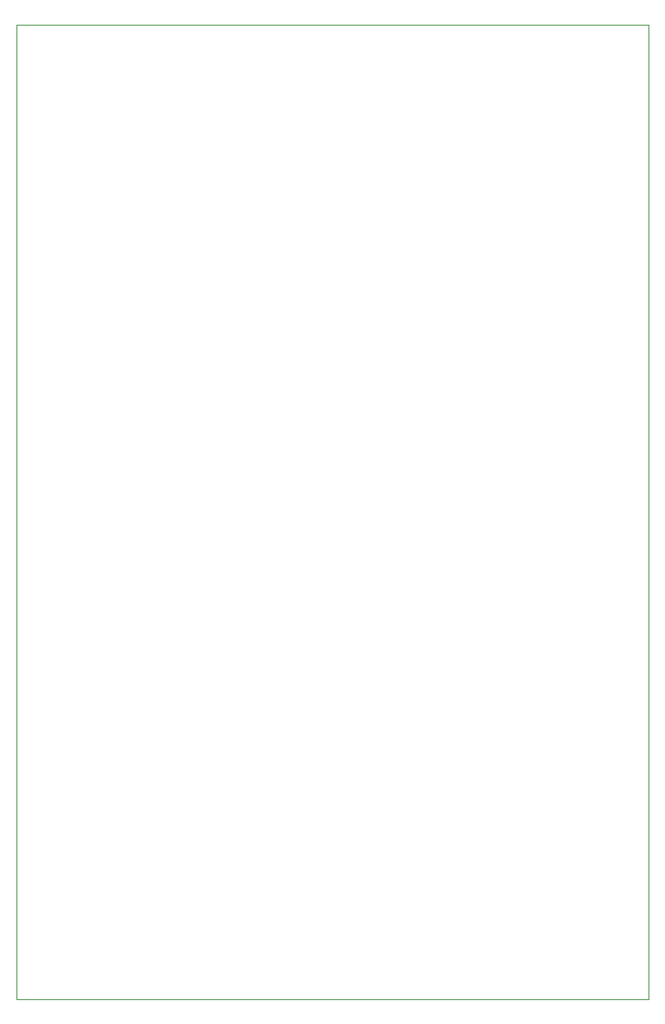
<source format=gbr>
%TF.GenerationSoftware,KiCad,Pcbnew,8.0.4*%
%TF.CreationDate,2025-08-04T00:55:42+05:30*%
%TF.ProjectId,Receiver,52656365-6976-4657-922e-6b696361645f,rev?*%
%TF.SameCoordinates,Original*%
%TF.FileFunction,Profile,NP*%
%FSLAX46Y46*%
G04 Gerber Fmt 4.6, Leading zero omitted, Abs format (unit mm)*
G04 Created by KiCad (PCBNEW 8.0.4) date 2025-08-04 00:55:42*
%MOMM*%
%LPD*%
G01*
G04 APERTURE LIST*
%TA.AperFunction,Profile*%
%ADD10C,0.050000*%
%TD*%
G04 APERTURE END LIST*
D10*
X165000000Y-50000000D02*
X100000000Y-50000000D01*
X165000000Y-150000000D02*
X165000000Y-50000000D01*
X100000000Y-150000000D02*
X165000000Y-150000000D01*
X100000000Y-50000000D02*
X100000000Y-150000000D01*
M02*

</source>
